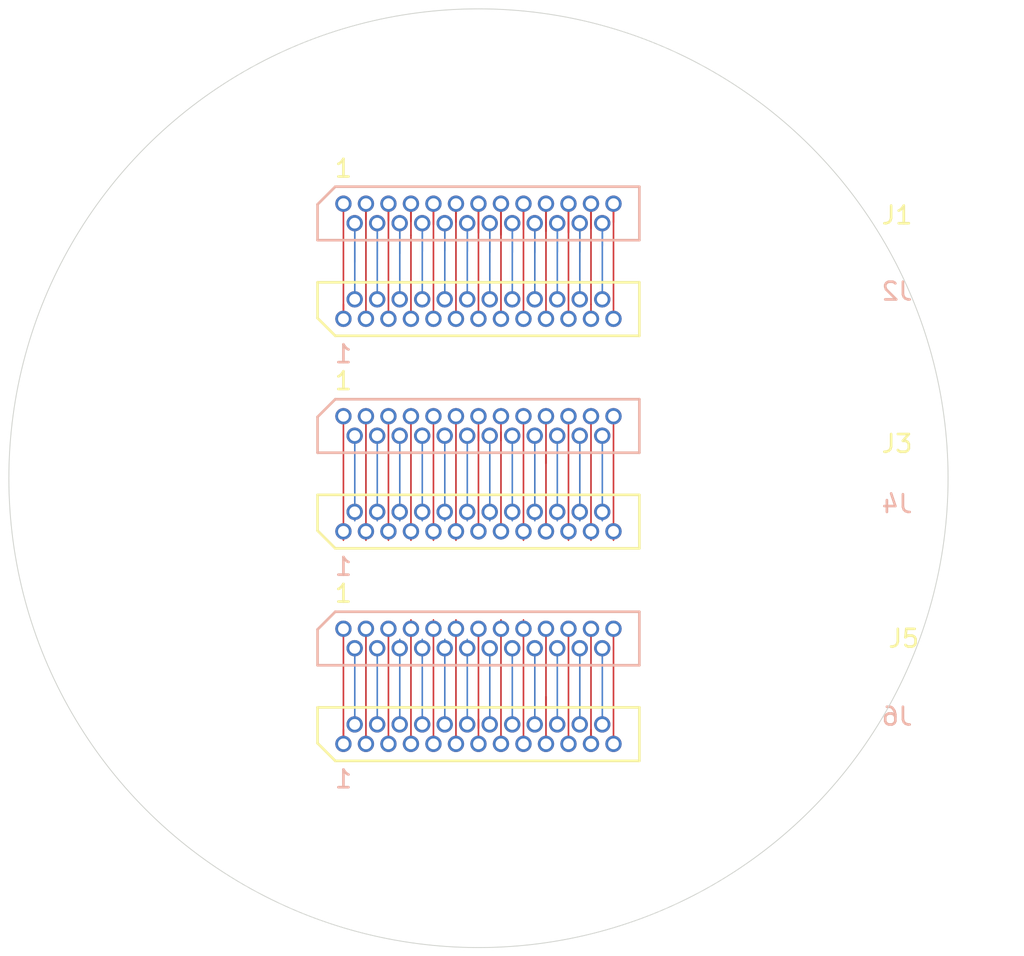
<source format=kicad_pcb>
(kicad_pcb (version 20171130) (host pcbnew "(5.1.9)-1")

  (general
    (thickness 1.6)
    (drawings 4)
    (tracks 132)
    (zones 0)
    (modules 6)
    (nets 76)
  )

  (page A4)
  (layers
    (0 F.Cu signal)
    (31 B.Cu signal)
    (32 B.Adhes user)
    (33 F.Adhes user)
    (34 B.Paste user)
    (35 F.Paste user)
    (36 B.SilkS user)
    (37 F.SilkS user)
    (38 B.Mask user)
    (39 F.Mask user)
    (40 Dwgs.User user)
    (41 Cmts.User user)
    (42 Eco1.User user)
    (43 Eco2.User user)
    (44 Edge.Cuts user)
    (45 Margin user)
    (46 B.CrtYd user)
    (47 F.CrtYd user)
    (48 B.Fab user)
    (49 F.Fab user)
  )

  (setup
    (last_trace_width 0.09)
    (trace_clearance 0.08)
    (zone_clearance 0.508)
    (zone_45_only no)
    (trace_min 0.08)
    (via_size 0.8)
    (via_drill 0.4)
    (via_min_size 0.4)
    (via_min_drill 0.3)
    (uvia_size 0.3)
    (uvia_drill 0.1)
    (uvias_allowed no)
    (uvia_min_size 0.2)
    (uvia_min_drill 0.1)
    (edge_width 0.05)
    (segment_width 0.2)
    (pcb_text_width 0.3)
    (pcb_text_size 1.5 1.5)
    (mod_edge_width 0.12)
    (mod_text_size 1 1)
    (mod_text_width 0.15)
    (pad_size 1 1)
    (pad_drill 0.7)
    (pad_to_mask_clearance 0)
    (aux_axis_origin 0 0)
    (visible_elements 7FFFFFFF)
    (pcbplotparams
      (layerselection 0x010fc_ffffffff)
      (usegerberextensions false)
      (usegerberattributes true)
      (usegerberadvancedattributes true)
      (creategerberjobfile true)
      (excludeedgelayer true)
      (linewidth 0.100000)
      (plotframeref false)
      (viasonmask false)
      (mode 1)
      (useauxorigin false)
      (hpglpennumber 1)
      (hpglpenspeed 20)
      (hpglpendiameter 15.000000)
      (psnegative false)
      (psa4output false)
      (plotreference true)
      (plotvalue true)
      (plotinvisibletext false)
      (padsonsilk false)
      (subtractmaskfromsilk false)
      (outputformat 1)
      (mirror false)
      (drillshape 0)
      (scaleselection 1)
      (outputdirectory "Gerber/"))
  )

  (net 0 "")
  (net 1 "Net-(J1-Pad25)")
  (net 2 "Net-(J1-Pad24)")
  (net 3 "Net-(J1-Pad23)")
  (net 4 "Net-(J1-Pad22)")
  (net 5 "Net-(J1-Pad21)")
  (net 6 "Net-(J1-Pad20)")
  (net 7 "Net-(J1-Pad19)")
  (net 8 "Net-(J1-Pad18)")
  (net 9 "Net-(J1-Pad17)")
  (net 10 "Net-(J1-Pad16)")
  (net 11 "Net-(J1-Pad15)")
  (net 12 "Net-(J1-Pad13)")
  (net 13 "Net-(J1-Pad12)")
  (net 14 "Net-(J1-Pad11)")
  (net 15 "Net-(J1-Pad10)")
  (net 16 "Net-(J1-Pad9)")
  (net 17 "Net-(J1-Pad8)")
  (net 18 "Net-(J1-Pad7)")
  (net 19 "Net-(J1-Pad6)")
  (net 20 "Net-(J1-Pad5)")
  (net 21 "Net-(J1-Pad4)")
  (net 22 "Net-(J1-Pad3)")
  (net 23 "Net-(J1-Pad2)")
  (net 24 "Net-(J1-Pad14)")
  (net 25 "Net-(J1-Pad1)")
  (net 26 "Net-(J3-Pad25)")
  (net 27 "Net-(J3-Pad24)")
  (net 28 "Net-(J3-Pad23)")
  (net 29 "Net-(J3-Pad22)")
  (net 30 "Net-(J3-Pad21)")
  (net 31 "Net-(J3-Pad20)")
  (net 32 "Net-(J3-Pad19)")
  (net 33 "Net-(J3-Pad18)")
  (net 34 "Net-(J3-Pad17)")
  (net 35 "Net-(J3-Pad16)")
  (net 36 "Net-(J3-Pad15)")
  (net 37 "Net-(J3-Pad13)")
  (net 38 "Net-(J3-Pad12)")
  (net 39 "Net-(J3-Pad11)")
  (net 40 "Net-(J3-Pad10)")
  (net 41 "Net-(J3-Pad9)")
  (net 42 "Net-(J3-Pad8)")
  (net 43 "Net-(J3-Pad7)")
  (net 44 "Net-(J3-Pad6)")
  (net 45 "Net-(J3-Pad5)")
  (net 46 "Net-(J3-Pad4)")
  (net 47 "Net-(J3-Pad3)")
  (net 48 "Net-(J3-Pad2)")
  (net 49 "Net-(J3-Pad14)")
  (net 50 "Net-(J3-Pad1)")
  (net 51 "Net-(J5-Pad25)")
  (net 52 "Net-(J5-Pad24)")
  (net 53 "Net-(J5-Pad23)")
  (net 54 "Net-(J5-Pad22)")
  (net 55 "Net-(J5-Pad21)")
  (net 56 "Net-(J5-Pad20)")
  (net 57 "Net-(J5-Pad19)")
  (net 58 "Net-(J5-Pad18)")
  (net 59 "Net-(J5-Pad17)")
  (net 60 "Net-(J5-Pad16)")
  (net 61 "Net-(J5-Pad15)")
  (net 62 "Net-(J5-Pad13)")
  (net 63 "Net-(J5-Pad12)")
  (net 64 "Net-(J5-Pad11)")
  (net 65 "Net-(J5-Pad10)")
  (net 66 "Net-(J5-Pad9)")
  (net 67 "Net-(J5-Pad8)")
  (net 68 "Net-(J5-Pad7)")
  (net 69 "Net-(J5-Pad6)")
  (net 70 "Net-(J5-Pad5)")
  (net 71 "Net-(J5-Pad4)")
  (net 72 "Net-(J5-Pad3)")
  (net 73 "Net-(J5-Pad2)")
  (net 74 "Net-(J5-Pad14)")
  (net 75 "Net-(J5-Pad1)")

  (net_class Default "This is the default net class."
    (clearance 0.08)
    (trace_width 0.09)
    (via_dia 0.8)
    (via_drill 0.4)
    (uvia_dia 0.3)
    (uvia_drill 0.1)
    (add_net "Net-(J1-Pad1)")
    (add_net "Net-(J1-Pad10)")
    (add_net "Net-(J1-Pad11)")
    (add_net "Net-(J1-Pad12)")
    (add_net "Net-(J1-Pad13)")
    (add_net "Net-(J1-Pad14)")
    (add_net "Net-(J1-Pad15)")
    (add_net "Net-(J1-Pad16)")
    (add_net "Net-(J1-Pad17)")
    (add_net "Net-(J1-Pad18)")
    (add_net "Net-(J1-Pad19)")
    (add_net "Net-(J1-Pad2)")
    (add_net "Net-(J1-Pad20)")
    (add_net "Net-(J1-Pad21)")
    (add_net "Net-(J1-Pad22)")
    (add_net "Net-(J1-Pad23)")
    (add_net "Net-(J1-Pad24)")
    (add_net "Net-(J1-Pad25)")
    (add_net "Net-(J1-Pad3)")
    (add_net "Net-(J1-Pad4)")
    (add_net "Net-(J1-Pad5)")
    (add_net "Net-(J1-Pad6)")
    (add_net "Net-(J1-Pad7)")
    (add_net "Net-(J1-Pad8)")
    (add_net "Net-(J1-Pad9)")
    (add_net "Net-(J3-Pad1)")
    (add_net "Net-(J3-Pad10)")
    (add_net "Net-(J3-Pad11)")
    (add_net "Net-(J3-Pad12)")
    (add_net "Net-(J3-Pad13)")
    (add_net "Net-(J3-Pad14)")
    (add_net "Net-(J3-Pad15)")
    (add_net "Net-(J3-Pad16)")
    (add_net "Net-(J3-Pad17)")
    (add_net "Net-(J3-Pad18)")
    (add_net "Net-(J3-Pad19)")
    (add_net "Net-(J3-Pad2)")
    (add_net "Net-(J3-Pad20)")
    (add_net "Net-(J3-Pad21)")
    (add_net "Net-(J3-Pad22)")
    (add_net "Net-(J3-Pad23)")
    (add_net "Net-(J3-Pad24)")
    (add_net "Net-(J3-Pad25)")
    (add_net "Net-(J3-Pad3)")
    (add_net "Net-(J3-Pad4)")
    (add_net "Net-(J3-Pad5)")
    (add_net "Net-(J3-Pad6)")
    (add_net "Net-(J3-Pad7)")
    (add_net "Net-(J3-Pad8)")
    (add_net "Net-(J3-Pad9)")
    (add_net "Net-(J5-Pad1)")
    (add_net "Net-(J5-Pad10)")
    (add_net "Net-(J5-Pad11)")
    (add_net "Net-(J5-Pad12)")
    (add_net "Net-(J5-Pad13)")
    (add_net "Net-(J5-Pad14)")
    (add_net "Net-(J5-Pad15)")
    (add_net "Net-(J5-Pad16)")
    (add_net "Net-(J5-Pad17)")
    (add_net "Net-(J5-Pad18)")
    (add_net "Net-(J5-Pad19)")
    (add_net "Net-(J5-Pad2)")
    (add_net "Net-(J5-Pad20)")
    (add_net "Net-(J5-Pad21)")
    (add_net "Net-(J5-Pad22)")
    (add_net "Net-(J5-Pad23)")
    (add_net "Net-(J5-Pad24)")
    (add_net "Net-(J5-Pad25)")
    (add_net "Net-(J5-Pad3)")
    (add_net "Net-(J5-Pad4)")
    (add_net "Net-(J5-Pad5)")
    (add_net "Net-(J5-Pad6)")
    (add_net "Net-(J5-Pad7)")
    (add_net "Net-(J5-Pad8)")
    (add_net "Net-(J5-Pad9)")
  )

  (module Connector:Norcomp-380-025-113L001-microd_Updated (layer B.Cu) (tedit 60E5E368) (tstamp 60DF7BF4)
    (at 0 14.45)
    (tags "380-025-213L001 ")
    (path /60E574DB)
    (fp_text reference J6 (at 23.62 -1) (layer B.SilkS)
      (effects (font (size 1 1) (thickness 0.15)) (justify mirror))
    )
    (fp_text value DB25_Male (at 8.12 4) (layer B.Fab)
      (effects (font (size 1 1) (thickness 0.15)) (justify mirror))
    )
    (fp_text user "Male / Plug" (at 0 2.54) (layer B.Fab)
      (effects (font (size 1.2 1.2) (thickness 0.15)) (justify mirror))
    )
    (fp_text user 1 (at -7.62 2.54) (layer B.SilkS)
      (effects (font (size 1 1) (thickness 0.15)) (justify mirror))
    )
    (fp_line (start -8.08 1.51) (end -9.08 0.51) (layer F.SilkS) (width 0.15))
    (fp_line (start -9.08 0.51) (end -9.08 -1.51) (layer F.SilkS) (width 0.15))
    (fp_line (start -9.08 -1.51) (end 9.08 -1.51) (layer F.SilkS) (width 0.15))
    (fp_line (start 9.08 -1.51) (end 9.08 1.51) (layer F.SilkS) (width 0.15))
    (fp_line (start 9.08 1.51) (end -8.08 1.51) (layer F.SilkS) (width 0.15))
    (fp_line (start -14.85 -3.675) (end 14.85 -3.675) (layer B.CrtYd) (width 0.15))
    (fp_line (start 14.85 -3.675) (end 14.85 3.675) (layer B.CrtYd) (width 0.15))
    (fp_line (start 14.85 3.675) (end -14.85 3.675) (layer B.CrtYd) (width 0.15))
    (fp_line (start -14.85 3.675) (end -14.85 -3.675) (layer B.CrtYd) (width 0.15))
    (pad 13 thru_hole oval (at 7.62 0.55) (size 0.92 0.92) (drill 0.61) (layers *.Cu *.Mask)
      (net 62 "Net-(J5-Pad13)"))
    (pad 25 thru_hole oval (at 6.985 -0.55) (size 0.92 0.92) (drill 0.61) (layers *.Cu *.Mask)
      (net 51 "Net-(J5-Pad25)"))
    (pad 12 thru_hole oval (at 6.35 0.55) (size 0.92 0.92) (drill 0.61) (layers *.Cu *.Mask)
      (net 63 "Net-(J5-Pad12)"))
    (pad 24 thru_hole oval (at 5.715 -0.55) (size 0.92 0.92) (drill 0.61) (layers *.Cu *.Mask)
      (net 52 "Net-(J5-Pad24)"))
    (pad 11 thru_hole oval (at 5.08 0.55) (size 0.92 0.92) (drill 0.61) (layers *.Cu *.Mask)
      (net 64 "Net-(J5-Pad11)"))
    (pad 23 thru_hole oval (at 4.445 -0.55) (size 0.92 0.92) (drill 0.61) (layers *.Cu *.Mask)
      (net 53 "Net-(J5-Pad23)"))
    (pad 10 thru_hole oval (at 3.81 0.55) (size 0.92 0.92) (drill 0.61) (layers *.Cu *.Mask)
      (net 65 "Net-(J5-Pad10)"))
    (pad 22 thru_hole oval (at 3.175 -0.55) (size 0.92 0.92) (drill 0.61) (layers *.Cu *.Mask)
      (net 54 "Net-(J5-Pad22)"))
    (pad 9 thru_hole oval (at 2.54 0.55) (size 0.92 0.92) (drill 0.61) (layers *.Cu *.Mask)
      (net 66 "Net-(J5-Pad9)"))
    (pad 21 thru_hole oval (at 1.905 -0.55) (size 0.92 0.92) (drill 0.61) (layers *.Cu *.Mask)
      (net 55 "Net-(J5-Pad21)"))
    (pad 8 thru_hole oval (at 1.27 0.55) (size 0.92 0.92) (drill 0.61) (layers *.Cu *.Mask)
      (net 67 "Net-(J5-Pad8)"))
    (pad 20 thru_hole oval (at 0.635 -0.55) (size 0.92 0.92) (drill 0.61) (layers *.Cu *.Mask)
      (net 56 "Net-(J5-Pad20)"))
    (pad 7 thru_hole oval (at 0 0.55) (size 0.92 0.92) (drill 0.61) (layers *.Cu *.Mask)
      (net 68 "Net-(J5-Pad7)"))
    (pad 19 thru_hole oval (at -0.635 -0.55) (size 0.92 0.92) (drill 0.61) (layers *.Cu *.Mask)
      (net 57 "Net-(J5-Pad19)"))
    (pad 6 thru_hole oval (at -1.27 0.55) (size 0.92 0.92) (drill 0.61) (layers *.Cu *.Mask)
      (net 69 "Net-(J5-Pad6)"))
    (pad 18 thru_hole oval (at -1.905 -0.55) (size 0.92 0.92) (drill 0.61) (layers *.Cu *.Mask)
      (net 58 "Net-(J5-Pad18)"))
    (pad 5 thru_hole oval (at -2.54 0.55) (size 0.92 0.92) (drill 0.61) (layers *.Cu *.Mask)
      (net 70 "Net-(J5-Pad5)"))
    (pad 17 thru_hole oval (at -3.175 -0.55) (size 0.92 0.92) (drill 0.61) (layers *.Cu *.Mask)
      (net 59 "Net-(J5-Pad17)"))
    (pad 4 thru_hole oval (at -3.81 0.55) (size 0.92 0.92) (drill 0.61) (layers *.Cu *.Mask)
      (net 71 "Net-(J5-Pad4)"))
    (pad 16 thru_hole oval (at -4.445 -0.55) (size 0.92 0.92) (drill 0.61) (layers *.Cu *.Mask)
      (net 60 "Net-(J5-Pad16)"))
    (pad 3 thru_hole oval (at -5.08 0.55) (size 0.92 0.92) (drill 0.61) (layers *.Cu *.Mask)
      (net 72 "Net-(J5-Pad3)"))
    (pad 15 thru_hole oval (at -5.715 -0.55) (size 0.92 0.92) (drill 0.61) (layers *.Cu *.Mask)
      (net 61 "Net-(J5-Pad15)"))
    (pad 2 thru_hole oval (at -6.35 0.55) (size 0.92 0.92) (drill 0.61) (layers *.Cu *.Mask)
      (net 73 "Net-(J5-Pad2)"))
    (pad 14 thru_hole oval (at -6.985 -0.55) (size 0.92 0.92) (drill 0.61) (layers *.Cu *.Mask)
      (net 74 "Net-(J5-Pad14)"))
    (pad 1 thru_hole oval (at -7.62 0.55) (size 0.92 0.92) (drill 0.61) (layers *.Cu *.Mask)
      (net 75 "Net-(J5-Pad1)"))
    (model C:/Users/Cir/Downloads/380-025-213L001.STEP
      (offset (xyz 0 3.65 8))
      (scale (xyz 1 1 1))
      (rotate (xyz 0 0 0))
    )
  )

  (module Connector:Norcomp-380-025-113L001-microd_Updated (layer F.Cu) (tedit 60E5E368) (tstamp 60DF7AC2)
    (at 0 9.05)
    (tags "380-025-213L001 ")
    (path /60E574E1)
    (fp_text reference J5 (at 24 0) (layer F.SilkS)
      (effects (font (size 1 1) (thickness 0.15)))
    )
    (fp_text value DB25_Male (at -6 -5) (layer F.Fab)
      (effects (font (size 1 1) (thickness 0.15)))
    )
    (fp_text user "Male / Plug" (at 0 -2.54) (layer F.Fab)
      (effects (font (size 1.2 1.2) (thickness 0.15)))
    )
    (fp_text user 1 (at -7.62 -2.54) (layer F.SilkS)
      (effects (font (size 1 1) (thickness 0.15)))
    )
    (fp_line (start -8.08 -1.51) (end -9.08 -0.51) (layer B.SilkS) (width 0.15))
    (fp_line (start -9.08 -0.51) (end -9.08 1.51) (layer B.SilkS) (width 0.15))
    (fp_line (start -9.08 1.51) (end 9.08 1.51) (layer B.SilkS) (width 0.15))
    (fp_line (start 9.08 1.51) (end 9.08 -1.51) (layer B.SilkS) (width 0.15))
    (fp_line (start 9.08 -1.51) (end -8.08 -1.51) (layer B.SilkS) (width 0.15))
    (fp_line (start -14.85 3.675) (end 14.85 3.675) (layer F.CrtYd) (width 0.15))
    (fp_line (start 14.85 3.675) (end 14.85 -3.675) (layer F.CrtYd) (width 0.15))
    (fp_line (start 14.85 -3.675) (end -14.85 -3.675) (layer F.CrtYd) (width 0.15))
    (fp_line (start -14.85 -3.675) (end -14.85 3.675) (layer F.CrtYd) (width 0.15))
    (pad 13 thru_hole oval (at 7.62 -0.55) (size 0.92 0.92) (drill 0.61) (layers *.Cu *.Mask)
      (net 62 "Net-(J5-Pad13)"))
    (pad 25 thru_hole oval (at 6.985 0.55) (size 0.92 0.92) (drill 0.61) (layers *.Cu *.Mask)
      (net 51 "Net-(J5-Pad25)"))
    (pad 12 thru_hole oval (at 6.35 -0.55) (size 0.92 0.92) (drill 0.61) (layers *.Cu *.Mask)
      (net 63 "Net-(J5-Pad12)"))
    (pad 24 thru_hole oval (at 5.715 0.55) (size 0.92 0.92) (drill 0.61) (layers *.Cu *.Mask)
      (net 52 "Net-(J5-Pad24)"))
    (pad 11 thru_hole oval (at 5.08 -0.55) (size 0.92 0.92) (drill 0.61) (layers *.Cu *.Mask)
      (net 64 "Net-(J5-Pad11)"))
    (pad 23 thru_hole oval (at 4.445 0.55) (size 0.92 0.92) (drill 0.61) (layers *.Cu *.Mask)
      (net 53 "Net-(J5-Pad23)"))
    (pad 10 thru_hole oval (at 3.81 -0.55) (size 0.92 0.92) (drill 0.61) (layers *.Cu *.Mask)
      (net 65 "Net-(J5-Pad10)"))
    (pad 22 thru_hole oval (at 3.175 0.55) (size 0.92 0.92) (drill 0.61) (layers *.Cu *.Mask)
      (net 54 "Net-(J5-Pad22)"))
    (pad 9 thru_hole oval (at 2.54 -0.55) (size 0.92 0.92) (drill 0.61) (layers *.Cu *.Mask)
      (net 66 "Net-(J5-Pad9)"))
    (pad 21 thru_hole oval (at 1.905 0.55) (size 0.92 0.92) (drill 0.61) (layers *.Cu *.Mask)
      (net 55 "Net-(J5-Pad21)"))
    (pad 8 thru_hole oval (at 1.27 -0.55) (size 0.92 0.92) (drill 0.61) (layers *.Cu *.Mask)
      (net 67 "Net-(J5-Pad8)"))
    (pad 20 thru_hole oval (at 0.635 0.55) (size 0.92 0.92) (drill 0.61) (layers *.Cu *.Mask)
      (net 56 "Net-(J5-Pad20)"))
    (pad 7 thru_hole oval (at 0 -0.55) (size 0.92 0.92) (drill 0.61) (layers *.Cu *.Mask)
      (net 68 "Net-(J5-Pad7)"))
    (pad 19 thru_hole oval (at -0.635 0.55) (size 0.92 0.92) (drill 0.61) (layers *.Cu *.Mask)
      (net 57 "Net-(J5-Pad19)"))
    (pad 6 thru_hole oval (at -1.27 -0.55) (size 0.92 0.92) (drill 0.61) (layers *.Cu *.Mask)
      (net 69 "Net-(J5-Pad6)"))
    (pad 18 thru_hole oval (at -1.905 0.55) (size 0.92 0.92) (drill 0.61) (layers *.Cu *.Mask)
      (net 58 "Net-(J5-Pad18)"))
    (pad 5 thru_hole oval (at -2.54 -0.55) (size 0.92 0.92) (drill 0.61) (layers *.Cu *.Mask)
      (net 70 "Net-(J5-Pad5)"))
    (pad 17 thru_hole oval (at -3.175 0.55) (size 0.92 0.92) (drill 0.61) (layers *.Cu *.Mask)
      (net 59 "Net-(J5-Pad17)"))
    (pad 4 thru_hole oval (at -3.81 -0.55) (size 0.92 0.92) (drill 0.61) (layers *.Cu *.Mask)
      (net 71 "Net-(J5-Pad4)"))
    (pad 16 thru_hole oval (at -4.445 0.55) (size 0.92 0.92) (drill 0.61) (layers *.Cu *.Mask)
      (net 60 "Net-(J5-Pad16)"))
    (pad 3 thru_hole oval (at -5.08 -0.55) (size 0.92 0.92) (drill 0.61) (layers *.Cu *.Mask)
      (net 72 "Net-(J5-Pad3)"))
    (pad 15 thru_hole oval (at -5.715 0.55) (size 0.92 0.92) (drill 0.61) (layers *.Cu *.Mask)
      (net 61 "Net-(J5-Pad15)"))
    (pad 2 thru_hole oval (at -6.35 -0.55) (size 0.92 0.92) (drill 0.61) (layers *.Cu *.Mask)
      (net 73 "Net-(J5-Pad2)"))
    (pad 14 thru_hole oval (at -6.985 0.55) (size 0.92 0.92) (drill 0.61) (layers *.Cu *.Mask)
      (net 74 "Net-(J5-Pad14)"))
    (pad 1 thru_hole oval (at -7.62 -0.55) (size 0.92 0.92) (drill 0.61) (layers *.Cu *.Mask)
      (net 75 "Net-(J5-Pad1)"))
    (model ${KIPRJMOD}/footprints/380-025-113L001.STEP
      (offset (xyz 0 0 3))
      (scale (xyz 1 1 1))
      (rotate (xyz 0 0 180))
    )
  )

  (module Connector:Norcomp-380-025-113L001-microd_Updated (layer B.Cu) (tedit 60E5E368) (tstamp 60DF7B28)
    (at 0 2.45)
    (tags "380-025-213L001 ")
    (path /60E536BC)
    (fp_text reference J4 (at 23.62 -1) (layer B.SilkS)
      (effects (font (size 1 1) (thickness 0.15)) (justify mirror))
    )
    (fp_text value DB25_Male (at 26.62 1) (layer B.Fab)
      (effects (font (size 1 1) (thickness 0.15)) (justify mirror))
    )
    (fp_text user "Male / Plug" (at 0 2.54) (layer B.Fab)
      (effects (font (size 1.2 1.2) (thickness 0.15)) (justify mirror))
    )
    (fp_text user 1 (at -7.62 2.54) (layer B.SilkS)
      (effects (font (size 1 1) (thickness 0.15)) (justify mirror))
    )
    (fp_line (start -8.08 1.51) (end -9.08 0.51) (layer F.SilkS) (width 0.15))
    (fp_line (start -9.08 0.51) (end -9.08 -1.51) (layer F.SilkS) (width 0.15))
    (fp_line (start -9.08 -1.51) (end 9.08 -1.51) (layer F.SilkS) (width 0.15))
    (fp_line (start 9.08 -1.51) (end 9.08 1.51) (layer F.SilkS) (width 0.15))
    (fp_line (start 9.08 1.51) (end -8.08 1.51) (layer F.SilkS) (width 0.15))
    (fp_line (start -14.85 -3.675) (end 14.85 -3.675) (layer B.CrtYd) (width 0.15))
    (fp_line (start 14.85 -3.675) (end 14.85 3.675) (layer B.CrtYd) (width 0.15))
    (fp_line (start 14.85 3.675) (end -14.85 3.675) (layer B.CrtYd) (width 0.15))
    (fp_line (start -14.85 3.675) (end -14.85 -3.675) (layer B.CrtYd) (width 0.15))
    (pad 13 thru_hole oval (at 7.62 0.55) (size 0.92 0.92) (drill 0.61) (layers *.Cu *.Mask)
      (net 37 "Net-(J3-Pad13)"))
    (pad 25 thru_hole oval (at 6.985 -0.55) (size 0.92 0.92) (drill 0.61) (layers *.Cu *.Mask)
      (net 26 "Net-(J3-Pad25)"))
    (pad 12 thru_hole oval (at 6.35 0.55) (size 0.92 0.92) (drill 0.61) (layers *.Cu *.Mask)
      (net 38 "Net-(J3-Pad12)"))
    (pad 24 thru_hole oval (at 5.715 -0.55) (size 0.92 0.92) (drill 0.61) (layers *.Cu *.Mask)
      (net 27 "Net-(J3-Pad24)"))
    (pad 11 thru_hole oval (at 5.08 0.55) (size 0.92 0.92) (drill 0.61) (layers *.Cu *.Mask)
      (net 39 "Net-(J3-Pad11)"))
    (pad 23 thru_hole oval (at 4.445 -0.55) (size 0.92 0.92) (drill 0.61) (layers *.Cu *.Mask)
      (net 28 "Net-(J3-Pad23)"))
    (pad 10 thru_hole oval (at 3.81 0.55) (size 0.92 0.92) (drill 0.61) (layers *.Cu *.Mask)
      (net 40 "Net-(J3-Pad10)"))
    (pad 22 thru_hole oval (at 3.175 -0.55) (size 0.92 0.92) (drill 0.61) (layers *.Cu *.Mask)
      (net 29 "Net-(J3-Pad22)"))
    (pad 9 thru_hole oval (at 2.54 0.55) (size 0.92 0.92) (drill 0.61) (layers *.Cu *.Mask)
      (net 41 "Net-(J3-Pad9)"))
    (pad 21 thru_hole oval (at 1.905 -0.55) (size 0.92 0.92) (drill 0.61) (layers *.Cu *.Mask)
      (net 30 "Net-(J3-Pad21)"))
    (pad 8 thru_hole oval (at 1.27 0.55) (size 0.92 0.92) (drill 0.61) (layers *.Cu *.Mask)
      (net 42 "Net-(J3-Pad8)"))
    (pad 20 thru_hole oval (at 0.635 -0.55) (size 0.92 0.92) (drill 0.61) (layers *.Cu *.Mask)
      (net 31 "Net-(J3-Pad20)"))
    (pad 7 thru_hole oval (at 0 0.55) (size 0.92 0.92) (drill 0.61) (layers *.Cu *.Mask)
      (net 43 "Net-(J3-Pad7)"))
    (pad 19 thru_hole oval (at -0.635 -0.55) (size 0.92 0.92) (drill 0.61) (layers *.Cu *.Mask)
      (net 32 "Net-(J3-Pad19)"))
    (pad 6 thru_hole oval (at -1.27 0.55) (size 0.92 0.92) (drill 0.61) (layers *.Cu *.Mask)
      (net 44 "Net-(J3-Pad6)"))
    (pad 18 thru_hole oval (at -1.905 -0.55) (size 0.92 0.92) (drill 0.61) (layers *.Cu *.Mask)
      (net 33 "Net-(J3-Pad18)"))
    (pad 5 thru_hole oval (at -2.54 0.55) (size 0.92 0.92) (drill 0.61) (layers *.Cu *.Mask)
      (net 45 "Net-(J3-Pad5)"))
    (pad 17 thru_hole oval (at -3.175 -0.55) (size 0.92 0.92) (drill 0.61) (layers *.Cu *.Mask)
      (net 34 "Net-(J3-Pad17)"))
    (pad 4 thru_hole oval (at -3.81 0.55) (size 0.92 0.92) (drill 0.61) (layers *.Cu *.Mask)
      (net 46 "Net-(J3-Pad4)"))
    (pad 16 thru_hole oval (at -4.445 -0.55) (size 0.92 0.92) (drill 0.61) (layers *.Cu *.Mask)
      (net 35 "Net-(J3-Pad16)"))
    (pad 3 thru_hole oval (at -5.08 0.55) (size 0.92 0.92) (drill 0.61) (layers *.Cu *.Mask)
      (net 47 "Net-(J3-Pad3)"))
    (pad 15 thru_hole oval (at -5.715 -0.55) (size 0.92 0.92) (drill 0.61) (layers *.Cu *.Mask)
      (net 36 "Net-(J3-Pad15)"))
    (pad 2 thru_hole oval (at -6.35 0.55) (size 0.92 0.92) (drill 0.61) (layers *.Cu *.Mask)
      (net 48 "Net-(J3-Pad2)"))
    (pad 14 thru_hole oval (at -6.985 -0.55) (size 0.92 0.92) (drill 0.61) (layers *.Cu *.Mask)
      (net 49 "Net-(J3-Pad14)"))
    (pad 1 thru_hole oval (at -7.62 0.55) (size 0.92 0.92) (drill 0.61) (layers *.Cu *.Mask)
      (net 50 "Net-(J3-Pad1)"))
    (model ${KIPRJMOD}/footprints/380-025-113L001.STEP
      (offset (xyz 0 0 3))
      (scale (xyz 1 1 1))
      (rotate (xyz 0 0 180))
    )
  )

  (module Connector:Norcomp-380-025-113L001-microd_Updated (layer F.Cu) (tedit 60E5E368) (tstamp 60DF7CC0)
    (at 0 -2.95)
    (tags "380-025-213L001 ")
    (path /60E536C2)
    (fp_text reference J3 (at 23.62 1) (layer F.SilkS)
      (effects (font (size 1 1) (thickness 0.15)))
    )
    (fp_text value DB25_Male (at 8.62 -3) (layer F.Fab)
      (effects (font (size 1 1) (thickness 0.15)))
    )
    (fp_text user "Male / Plug" (at 0 -2.54) (layer F.Fab)
      (effects (font (size 1.2 1.2) (thickness 0.15)))
    )
    (fp_text user 1 (at -7.62 -2.54) (layer F.SilkS)
      (effects (font (size 1 1) (thickness 0.15)))
    )
    (fp_line (start -8.08 -1.51) (end -9.08 -0.51) (layer B.SilkS) (width 0.15))
    (fp_line (start -9.08 -0.51) (end -9.08 1.51) (layer B.SilkS) (width 0.15))
    (fp_line (start -9.08 1.51) (end 9.08 1.51) (layer B.SilkS) (width 0.15))
    (fp_line (start 9.08 1.51) (end 9.08 -1.51) (layer B.SilkS) (width 0.15))
    (fp_line (start 9.08 -1.51) (end -8.08 -1.51) (layer B.SilkS) (width 0.15))
    (fp_line (start -14.85 3.675) (end 14.85 3.675) (layer F.CrtYd) (width 0.15))
    (fp_line (start 14.85 3.675) (end 14.85 -3.675) (layer F.CrtYd) (width 0.15))
    (fp_line (start 14.85 -3.675) (end -14.85 -3.675) (layer F.CrtYd) (width 0.15))
    (fp_line (start -14.85 -3.675) (end -14.85 3.675) (layer F.CrtYd) (width 0.15))
    (pad 13 thru_hole oval (at 7.62 -0.55) (size 0.92 0.92) (drill 0.61) (layers *.Cu *.Mask)
      (net 37 "Net-(J3-Pad13)"))
    (pad 25 thru_hole oval (at 6.985 0.55) (size 0.92 0.92) (drill 0.61) (layers *.Cu *.Mask)
      (net 26 "Net-(J3-Pad25)"))
    (pad 12 thru_hole oval (at 6.35 -0.55) (size 0.92 0.92) (drill 0.61) (layers *.Cu *.Mask)
      (net 38 "Net-(J3-Pad12)"))
    (pad 24 thru_hole oval (at 5.715 0.55) (size 0.92 0.92) (drill 0.61) (layers *.Cu *.Mask)
      (net 27 "Net-(J3-Pad24)"))
    (pad 11 thru_hole oval (at 5.08 -0.55) (size 0.92 0.92) (drill 0.61) (layers *.Cu *.Mask)
      (net 39 "Net-(J3-Pad11)"))
    (pad 23 thru_hole oval (at 4.445 0.55) (size 0.92 0.92) (drill 0.61) (layers *.Cu *.Mask)
      (net 28 "Net-(J3-Pad23)"))
    (pad 10 thru_hole oval (at 3.81 -0.55) (size 0.92 0.92) (drill 0.61) (layers *.Cu *.Mask)
      (net 40 "Net-(J3-Pad10)"))
    (pad 22 thru_hole oval (at 3.175 0.55) (size 0.92 0.92) (drill 0.61) (layers *.Cu *.Mask)
      (net 29 "Net-(J3-Pad22)"))
    (pad 9 thru_hole oval (at 2.54 -0.55) (size 0.92 0.92) (drill 0.61) (layers *.Cu *.Mask)
      (net 41 "Net-(J3-Pad9)"))
    (pad 21 thru_hole oval (at 1.905 0.55) (size 0.92 0.92) (drill 0.61) (layers *.Cu *.Mask)
      (net 30 "Net-(J3-Pad21)"))
    (pad 8 thru_hole oval (at 1.27 -0.55) (size 0.92 0.92) (drill 0.61) (layers *.Cu *.Mask)
      (net 42 "Net-(J3-Pad8)"))
    (pad 20 thru_hole oval (at 0.635 0.55) (size 0.92 0.92) (drill 0.61) (layers *.Cu *.Mask)
      (net 31 "Net-(J3-Pad20)"))
    (pad 7 thru_hole oval (at 0 -0.55) (size 0.92 0.92) (drill 0.61) (layers *.Cu *.Mask)
      (net 43 "Net-(J3-Pad7)"))
    (pad 19 thru_hole oval (at -0.635 0.55) (size 0.92 0.92) (drill 0.61) (layers *.Cu *.Mask)
      (net 32 "Net-(J3-Pad19)"))
    (pad 6 thru_hole oval (at -1.27 -0.55) (size 0.92 0.92) (drill 0.61) (layers *.Cu *.Mask)
      (net 44 "Net-(J3-Pad6)"))
    (pad 18 thru_hole oval (at -1.905 0.55) (size 0.92 0.92) (drill 0.61) (layers *.Cu *.Mask)
      (net 33 "Net-(J3-Pad18)"))
    (pad 5 thru_hole oval (at -2.54 -0.55) (size 0.92 0.92) (drill 0.61) (layers *.Cu *.Mask)
      (net 45 "Net-(J3-Pad5)"))
    (pad 17 thru_hole oval (at -3.175 0.55) (size 0.92 0.92) (drill 0.61) (layers *.Cu *.Mask)
      (net 34 "Net-(J3-Pad17)"))
    (pad 4 thru_hole oval (at -3.81 -0.55) (size 0.92 0.92) (drill 0.61) (layers *.Cu *.Mask)
      (net 46 "Net-(J3-Pad4)"))
    (pad 16 thru_hole oval (at -4.445 0.55) (size 0.92 0.92) (drill 0.61) (layers *.Cu *.Mask)
      (net 35 "Net-(J3-Pad16)"))
    (pad 3 thru_hole oval (at -5.08 -0.55) (size 0.92 0.92) (drill 0.61) (layers *.Cu *.Mask)
      (net 47 "Net-(J3-Pad3)"))
    (pad 15 thru_hole oval (at -5.715 0.55) (size 0.92 0.92) (drill 0.61) (layers *.Cu *.Mask)
      (net 36 "Net-(J3-Pad15)"))
    (pad 2 thru_hole oval (at -6.35 -0.55) (size 0.92 0.92) (drill 0.61) (layers *.Cu *.Mask)
      (net 48 "Net-(J3-Pad2)"))
    (pad 14 thru_hole oval (at -6.985 0.55) (size 0.92 0.92) (drill 0.61) (layers *.Cu *.Mask)
      (net 49 "Net-(J3-Pad14)"))
    (pad 1 thru_hole oval (at -7.62 -0.55) (size 0.92 0.92) (drill 0.61) (layers *.Cu *.Mask)
      (net 50 "Net-(J3-Pad1)"))
    (model ${KIPRJMOD}/footprints/380-025-113L001.STEP
      (offset (xyz 0 0 3))
      (scale (xyz 1 1 1))
      (rotate (xyz 0 0 180))
    )
  )

  (module Connector:Norcomp-380-025-113L001-microd_Updated (layer B.Cu) (tedit 60E5E368) (tstamp 60DF7C5A)
    (at 0 -9.55)
    (tags "380-025-213L001 ")
    (path /60E3558B)
    (fp_text reference J2 (at 23.62 -1) (layer B.SilkS)
      (effects (font (size 1 1) (thickness 0.15)) (justify mirror))
    )
    (fp_text value DB25_Male (at 7.62 5.5) (layer B.Fab)
      (effects (font (size 1 1) (thickness 0.15)) (justify mirror))
    )
    (fp_text user "Male / Plug" (at 0 2.54) (layer B.Fab)
      (effects (font (size 1.2 1.2) (thickness 0.15)) (justify mirror))
    )
    (fp_text user 1 (at -7.62 2.54) (layer B.SilkS)
      (effects (font (size 1 1) (thickness 0.15)) (justify mirror))
    )
    (fp_line (start -8.08 1.51) (end -9.08 0.51) (layer F.SilkS) (width 0.15))
    (fp_line (start -9.08 0.51) (end -9.08 -1.51) (layer F.SilkS) (width 0.15))
    (fp_line (start -9.08 -1.51) (end 9.08 -1.51) (layer F.SilkS) (width 0.15))
    (fp_line (start 9.08 -1.51) (end 9.08 1.51) (layer F.SilkS) (width 0.15))
    (fp_line (start 9.08 1.51) (end -8.08 1.51) (layer F.SilkS) (width 0.15))
    (fp_line (start -14.85 -3.675) (end 14.85 -3.675) (layer B.CrtYd) (width 0.15))
    (fp_line (start 14.85 -3.675) (end 14.85 3.675) (layer B.CrtYd) (width 0.15))
    (fp_line (start 14.85 3.675) (end -14.85 3.675) (layer B.CrtYd) (width 0.15))
    (fp_line (start -14.85 3.675) (end -14.85 -3.675) (layer B.CrtYd) (width 0.15))
    (pad 13 thru_hole oval (at 7.62 0.55) (size 0.92 0.92) (drill 0.61) (layers *.Cu *.Mask)
      (net 12 "Net-(J1-Pad13)"))
    (pad 25 thru_hole oval (at 6.985 -0.55) (size 0.92 0.92) (drill 0.61) (layers *.Cu *.Mask)
      (net 1 "Net-(J1-Pad25)"))
    (pad 12 thru_hole oval (at 6.35 0.55) (size 0.92 0.92) (drill 0.61) (layers *.Cu *.Mask)
      (net 13 "Net-(J1-Pad12)"))
    (pad 24 thru_hole oval (at 5.715 -0.55) (size 0.92 0.92) (drill 0.61) (layers *.Cu *.Mask)
      (net 2 "Net-(J1-Pad24)"))
    (pad 11 thru_hole oval (at 5.08 0.55) (size 0.92 0.92) (drill 0.61) (layers *.Cu *.Mask)
      (net 14 "Net-(J1-Pad11)"))
    (pad 23 thru_hole oval (at 4.445 -0.55) (size 0.92 0.92) (drill 0.61) (layers *.Cu *.Mask)
      (net 3 "Net-(J1-Pad23)"))
    (pad 10 thru_hole oval (at 3.81 0.55) (size 0.92 0.92) (drill 0.61) (layers *.Cu *.Mask)
      (net 15 "Net-(J1-Pad10)"))
    (pad 22 thru_hole oval (at 3.175 -0.55) (size 0.92 0.92) (drill 0.61) (layers *.Cu *.Mask)
      (net 4 "Net-(J1-Pad22)"))
    (pad 9 thru_hole oval (at 2.54 0.55) (size 0.92 0.92) (drill 0.61) (layers *.Cu *.Mask)
      (net 16 "Net-(J1-Pad9)"))
    (pad 21 thru_hole oval (at 1.905 -0.55) (size 0.92 0.92) (drill 0.61) (layers *.Cu *.Mask)
      (net 5 "Net-(J1-Pad21)"))
    (pad 8 thru_hole oval (at 1.27 0.55) (size 0.92 0.92) (drill 0.61) (layers *.Cu *.Mask)
      (net 17 "Net-(J1-Pad8)"))
    (pad 20 thru_hole oval (at 0.635 -0.55) (size 0.92 0.92) (drill 0.61) (layers *.Cu *.Mask)
      (net 6 "Net-(J1-Pad20)"))
    (pad 7 thru_hole oval (at 0 0.55) (size 0.92 0.92) (drill 0.61) (layers *.Cu *.Mask)
      (net 18 "Net-(J1-Pad7)"))
    (pad 19 thru_hole oval (at -0.635 -0.55) (size 0.92 0.92) (drill 0.61) (layers *.Cu *.Mask)
      (net 7 "Net-(J1-Pad19)"))
    (pad 6 thru_hole oval (at -1.27 0.55) (size 0.92 0.92) (drill 0.61) (layers *.Cu *.Mask)
      (net 19 "Net-(J1-Pad6)"))
    (pad 18 thru_hole oval (at -1.905 -0.55) (size 0.92 0.92) (drill 0.61) (layers *.Cu *.Mask)
      (net 8 "Net-(J1-Pad18)"))
    (pad 5 thru_hole oval (at -2.54 0.55) (size 0.92 0.92) (drill 0.61) (layers *.Cu *.Mask)
      (net 20 "Net-(J1-Pad5)"))
    (pad 17 thru_hole oval (at -3.175 -0.55) (size 0.92 0.92) (drill 0.61) (layers *.Cu *.Mask)
      (net 9 "Net-(J1-Pad17)"))
    (pad 4 thru_hole oval (at -3.81 0.55) (size 0.92 0.92) (drill 0.61) (layers *.Cu *.Mask)
      (net 21 "Net-(J1-Pad4)"))
    (pad 16 thru_hole oval (at -4.445 -0.55) (size 0.92 0.92) (drill 0.61) (layers *.Cu *.Mask)
      (net 10 "Net-(J1-Pad16)"))
    (pad 3 thru_hole oval (at -5.08 0.55) (size 0.92 0.92) (drill 0.61) (layers *.Cu *.Mask)
      (net 22 "Net-(J1-Pad3)"))
    (pad 15 thru_hole oval (at -5.715 -0.55) (size 0.92 0.92) (drill 0.61) (layers *.Cu *.Mask)
      (net 11 "Net-(J1-Pad15)"))
    (pad 2 thru_hole oval (at -6.35 0.55) (size 0.92 0.92) (drill 0.61) (layers *.Cu *.Mask)
      (net 23 "Net-(J1-Pad2)"))
    (pad 14 thru_hole oval (at -6.985 -0.55) (size 0.92 0.92) (drill 0.61) (layers *.Cu *.Mask)
      (net 24 "Net-(J1-Pad14)"))
    (pad 1 thru_hole oval (at -7.62 0.55) (size 0.92 0.92) (drill 0.61) (layers *.Cu *.Mask)
      (net 25 "Net-(J1-Pad1)"))
    (model ${KIPRJMOD}/footprints/380-025-113L001.STEP
      (offset (xyz 0 0 3))
      (scale (xyz 1 1 1))
      (rotate (xyz 0 0 180))
    )
  )

  (module Connector:Norcomp-380-025-113L001-microd_Updated (layer F.Cu) (tedit 60E5E368) (tstamp 60DF8E63)
    (at 0 -14.95)
    (tags "380-025-213L001 ")
    (path /60E41597)
    (fp_text reference J1 (at 23.62 0.1) (layer F.SilkS)
      (effects (font (size 1 1) (thickness 0.15)))
    )
    (fp_text value DB25_Male (at 8.62 -4.9) (layer F.Fab)
      (effects (font (size 1 1) (thickness 0.15)))
    )
    (fp_text user "Male / Plug" (at 0 -2.54) (layer F.Fab)
      (effects (font (size 1.2 1.2) (thickness 0.15)))
    )
    (fp_text user 1 (at -7.62 -2.54) (layer F.SilkS)
      (effects (font (size 1 1) (thickness 0.15)))
    )
    (fp_line (start -8.08 -1.51) (end -9.08 -0.51) (layer B.SilkS) (width 0.15))
    (fp_line (start -9.08 -0.51) (end -9.08 1.51) (layer B.SilkS) (width 0.15))
    (fp_line (start -9.08 1.51) (end 9.08 1.51) (layer B.SilkS) (width 0.15))
    (fp_line (start 9.08 1.51) (end 9.08 -1.51) (layer B.SilkS) (width 0.15))
    (fp_line (start 9.08 -1.51) (end -8.08 -1.51) (layer B.SilkS) (width 0.15))
    (fp_line (start -14.85 3.675) (end 14.85 3.675) (layer F.CrtYd) (width 0.15))
    (fp_line (start 14.85 3.675) (end 14.85 -3.675) (layer F.CrtYd) (width 0.15))
    (fp_line (start 14.85 -3.675) (end -14.85 -3.675) (layer F.CrtYd) (width 0.15))
    (fp_line (start -14.85 -3.675) (end -14.85 3.675) (layer F.CrtYd) (width 0.15))
    (pad 13 thru_hole oval (at 7.62 -0.55) (size 0.92 0.92) (drill 0.61) (layers *.Cu *.Mask)
      (net 12 "Net-(J1-Pad13)"))
    (pad 25 thru_hole oval (at 6.985 0.55) (size 0.92 0.92) (drill 0.61) (layers *.Cu *.Mask)
      (net 1 "Net-(J1-Pad25)"))
    (pad 12 thru_hole oval (at 6.35 -0.55) (size 0.92 0.92) (drill 0.61) (layers *.Cu *.Mask)
      (net 13 "Net-(J1-Pad12)"))
    (pad 24 thru_hole oval (at 5.715 0.55) (size 0.92 0.92) (drill 0.61) (layers *.Cu *.Mask)
      (net 2 "Net-(J1-Pad24)"))
    (pad 11 thru_hole oval (at 5.08 -0.55) (size 0.92 0.92) (drill 0.61) (layers *.Cu *.Mask)
      (net 14 "Net-(J1-Pad11)"))
    (pad 23 thru_hole oval (at 4.445 0.55) (size 0.92 0.92) (drill 0.61) (layers *.Cu *.Mask)
      (net 3 "Net-(J1-Pad23)"))
    (pad 10 thru_hole oval (at 3.81 -0.55) (size 0.92 0.92) (drill 0.61) (layers *.Cu *.Mask)
      (net 15 "Net-(J1-Pad10)"))
    (pad 22 thru_hole oval (at 3.175 0.55) (size 0.92 0.92) (drill 0.61) (layers *.Cu *.Mask)
      (net 4 "Net-(J1-Pad22)"))
    (pad 9 thru_hole oval (at 2.54 -0.55) (size 0.92 0.92) (drill 0.61) (layers *.Cu *.Mask)
      (net 16 "Net-(J1-Pad9)"))
    (pad 21 thru_hole oval (at 1.905 0.55) (size 0.92 0.92) (drill 0.61) (layers *.Cu *.Mask)
      (net 5 "Net-(J1-Pad21)"))
    (pad 8 thru_hole oval (at 1.27 -0.55) (size 0.92 0.92) (drill 0.61) (layers *.Cu *.Mask)
      (net 17 "Net-(J1-Pad8)"))
    (pad 20 thru_hole oval (at 0.635 0.55) (size 0.92 0.92) (drill 0.61) (layers *.Cu *.Mask)
      (net 6 "Net-(J1-Pad20)"))
    (pad 7 thru_hole oval (at 0 -0.55) (size 0.92 0.92) (drill 0.61) (layers *.Cu *.Mask)
      (net 18 "Net-(J1-Pad7)"))
    (pad 19 thru_hole oval (at -0.635 0.55) (size 0.92 0.92) (drill 0.61) (layers *.Cu *.Mask)
      (net 7 "Net-(J1-Pad19)"))
    (pad 6 thru_hole oval (at -1.27 -0.55) (size 0.92 0.92) (drill 0.61) (layers *.Cu *.Mask)
      (net 19 "Net-(J1-Pad6)"))
    (pad 18 thru_hole oval (at -1.905 0.55) (size 0.92 0.92) (drill 0.61) (layers *.Cu *.Mask)
      (net 8 "Net-(J1-Pad18)"))
    (pad 5 thru_hole oval (at -2.54 -0.55) (size 0.92 0.92) (drill 0.61) (layers *.Cu *.Mask)
      (net 20 "Net-(J1-Pad5)"))
    (pad 17 thru_hole oval (at -3.175 0.55) (size 0.92 0.92) (drill 0.61) (layers *.Cu *.Mask)
      (net 9 "Net-(J1-Pad17)"))
    (pad 4 thru_hole oval (at -3.81 -0.55) (size 0.92 0.92) (drill 0.61) (layers *.Cu *.Mask)
      (net 21 "Net-(J1-Pad4)"))
    (pad 16 thru_hole oval (at -4.445 0.55) (size 0.92 0.92) (drill 0.61) (layers *.Cu *.Mask)
      (net 10 "Net-(J1-Pad16)"))
    (pad 3 thru_hole oval (at -5.08 -0.55) (size 0.92 0.92) (drill 0.61) (layers *.Cu *.Mask)
      (net 22 "Net-(J1-Pad3)"))
    (pad 15 thru_hole oval (at -5.715 0.55) (size 0.92 0.92) (drill 0.61) (layers *.Cu *.Mask)
      (net 11 "Net-(J1-Pad15)"))
    (pad 2 thru_hole oval (at -6.35 -0.55) (size 0.92 0.92) (drill 0.61) (layers *.Cu *.Mask)
      (net 23 "Net-(J1-Pad2)"))
    (pad 14 thru_hole oval (at -6.985 0.55) (size 0.92 0.92) (drill 0.61) (layers *.Cu *.Mask)
      (net 24 "Net-(J1-Pad14)"))
    (pad 1 thru_hole oval (at -7.62 -0.55) (size 0.92 0.92) (drill 0.61) (layers *.Cu *.Mask)
      (net 25 "Net-(J1-Pad1)"))
    (model C:/Users/Cir/Downloads/380-025-213L001.STEP
      (offset (xyz 0 3.65 8))
      (scale (xyz 1 1 1))
      (rotate (xyz 0 0 0))
    )
  )

  (gr_circle (center 0 0) (end 25.4 0) (layer B.Mask) (width 3.2) (tstamp 60DE1A31))
  (gr_circle (center 0 0) (end 23.8 0) (layer Dwgs.User) (width 0.15) (tstamp 60DE1A30))
  (gr_circle (center 0 0) (end 25.4 0) (layer F.Mask) (width 3.2) (tstamp 60DE1A2F))
  (gr_circle (center 0 0) (end 26.5 0) (layer Edge.Cuts) (width 0.05) (tstamp 60DE1A2E))

  (segment (start 6.99 -14.4) (end 6.99 -13.12) (width 0.09) (layer B.Cu) (net 1) (tstamp 60DF7EBC))
  (segment (start 6.99 -13.62) (end 6.99 -10.1) (width 0.09) (layer B.Cu) (net 1) (tstamp 60DF7EB9))
  (segment (start 6.99 -14) (end 6.99 -13.62) (width 0.09) (layer B.Cu) (net 1) (tstamp 60DF7EBF))
  (segment (start 5.72 -14.4) (end 5.72 -12.75) (width 0.09) (layer B.Cu) (net 2) (tstamp 60DF7F01))
  (segment (start 5.72 -13.25) (end 5.72 -10.1) (width 0.09) (layer B.Cu) (net 2) (tstamp 60DF7EEF))
  (segment (start 5.72 -14) (end 5.72 -13.25) (width 0.09) (layer B.Cu) (net 2) (tstamp 60DF7EF5))
  (segment (start 4.45 -14.4) (end 4.45 -12.77) (width 0.09) (layer B.Cu) (net 3) (tstamp 60DF7DD8))
  (segment (start 4.45 -13.27) (end 4.45 -10.1) (width 0.09) (layer B.Cu) (net 3) (tstamp 60DF7DD5))
  (segment (start 4.45 -14) (end 4.45 -13.27) (width 0.09) (layer B.Cu) (net 3) (tstamp 60DF7DE7))
  (segment (start 3.18 -14.4) (end 3.18 -12.73) (width 0.09) (layer B.Cu) (net 4) (tstamp 60DF7D96))
  (segment (start 3.18 -13.23) (end 3.18 -10.1) (width 0.09) (layer B.Cu) (net 4) (tstamp 60DF7D93))
  (segment (start 3.18 -14) (end 3.18 -13.23) (width 0.09) (layer B.Cu) (net 4) (tstamp 60DF7D9C))
  (segment (start 1.91 -14.4) (end 1.91 -12.75) (width 0.09) (layer B.Cu) (net 5) (tstamp 60DF7F04))
  (segment (start 1.91 -13.25) (end 1.91 -10.1) (width 0.09) (layer B.Cu) (net 5) (tstamp 60DF7EF8))
  (segment (start 1.91 -14) (end 1.91 -13.25) (width 0.09) (layer B.Cu) (net 5) (tstamp 60DF7DB7))
  (segment (start 0.64 -14.4) (end 0.64 -12.74) (width 0.09) (layer B.Cu) (net 6) (tstamp 60DF7EE6))
  (segment (start 0.64 -13.24) (end 0.64 -10.1) (width 0.09) (layer B.Cu) (net 6) (tstamp 60DF7ED1))
  (segment (start 0.64 -14) (end 0.64 -13.24) (width 0.09) (layer B.Cu) (net 6) (tstamp 60DF7ECE))
  (segment (start -0.63 -14.4) (end -0.63 -12.8) (width 0.09) (layer B.Cu) (net 7) (tstamp 60DF7DC6))
  (segment (start -0.63 -13.3) (end -0.63 -10.1) (width 0.09) (layer B.Cu) (net 7) (tstamp 60DF7DCF))
  (segment (start -0.63 -14) (end -0.63 -13.3) (width 0.09) (layer B.Cu) (net 7) (tstamp 60DF7DC9))
  (segment (start -1.9 -14.4) (end -1.9 -12.84) (width 0.09) (layer B.Cu) (net 8) (tstamp 60DF7DF3))
  (segment (start -1.9 -13.34) (end -1.9 -10.1) (width 0.09) (layer B.Cu) (net 8) (tstamp 60DF7DF0))
  (segment (start -1.9 -14) (end -1.9 -13.34) (width 0.09) (layer B.Cu) (net 8) (tstamp 60DF7DED))
  (segment (start -3.17 -14.4) (end -3.17 -12.8) (width 0.09) (layer B.Cu) (net 9) (tstamp 60DF7DF9))
  (segment (start -3.17 -13.3) (end -3.17 -10.1) (width 0.09) (layer B.Cu) (net 9) (tstamp 60DF7DFF))
  (segment (start -3.17 -14) (end -3.17 -13.3) (width 0.09) (layer B.Cu) (net 9) (tstamp 60DF7DFC))
  (segment (start -4.44 -14.4) (end -4.44 -12.68) (width 0.09) (layer B.Cu) (net 10) (tstamp 60DF7DCC))
  (segment (start -4.44 -13.18) (end -4.44 -10.1) (width 0.09) (layer B.Cu) (net 10) (tstamp 60DF7DC3))
  (segment (start -4.44 -14) (end -4.44 -13.18) (width 0.09) (layer B.Cu) (net 10) (tstamp 60DF7DBD))
  (segment (start -5.71 -14.4) (end -5.71 -12.35) (width 0.09) (layer B.Cu) (net 11) (tstamp 60DF7DF6))
  (segment (start -5.71 -12.85) (end -5.71 -10.1) (width 0.09) (layer B.Cu) (net 11) (tstamp 60DF7DEA))
  (segment (start -5.71 -14) (end -5.71 -12.85) (width 0.09) (layer B.Cu) (net 11) (tstamp 60DF7E02))
  (segment (start 7.62 -15.485) (end 7.62 -14.455) (width 0.09) (layer F.Cu) (net 12) (tstamp 60DF7ED4))
  (segment (start 7.62 -14.97) (end 7.62 -9) (width 0.09) (layer F.Cu) (net 12) (tstamp 60DF7DC0))
  (segment (start 7.62 -15.1) (end 7.62 -14.97) (width 0.09) (layer F.Cu) (net 12) (tstamp 60DF7DD2))
  (segment (start 6.35 -9.814998) (end 6.35 -9) (width 0.09) (layer F.Cu) (net 13) (tstamp 60DF7EA7))
  (segment (start 6.35 -15.5) (end 6.35 -14.09) (width 0.09) (layer F.Cu) (net 13) (tstamp 60DF7DA2))
  (segment (start 6.35 -14.59) (end 6.35 -9.814998) (width 0.09) (layer F.Cu) (net 13) (tstamp 60DF7D99))
  (segment (start 6.35 -15.1) (end 6.35 -14.59) (width 0.09) (layer F.Cu) (net 13) (tstamp 60DF7D9F))
  (segment (start 5.08 -15.5) (end 5.08 -13.87) (width 0.09) (layer F.Cu) (net 14) (tstamp 60DF7DBA))
  (segment (start 5.08 -14.37) (end 5.08 -9) (width 0.09) (layer F.Cu) (net 14) (tstamp 60DF7DA8))
  (segment (start 5.08 -15.1) (end 5.08 -14.37) (width 0.09) (layer F.Cu) (net 14) (tstamp 60DF7DA5))
  (segment (start 3.81 -15.5) (end 3.81 -13.94) (width 0.09) (layer F.Cu) (net 15) (tstamp 60DF7EDA))
  (segment (start 3.81 -14.44) (end 3.81 -9) (width 0.09) (layer F.Cu) (net 15) (tstamp 60DF7EE9))
  (segment (start 3.81 -15.1) (end 3.81 -14.44) (width 0.09) (layer F.Cu) (net 15) (tstamp 60DF7ED7))
  (segment (start 2.54 -15.5) (end 2.54 -14.05) (width 0.09) (layer F.Cu) (net 16) (tstamp 60DF7DAE))
  (segment (start 2.54 -14.55) (end 2.54 -9) (width 0.09) (layer F.Cu) (net 16) (tstamp 60DF7DAB))
  (segment (start 2.54 -15.1) (end 2.54 -14.55) (width 0.09) (layer F.Cu) (net 16) (tstamp 60DF7EDD))
  (segment (start 1.27 -15.5) (end 1.27 -13.73) (width 0.09) (layer F.Cu) (net 17) (tstamp 60DF7DDE))
  (segment (start 1.27 -14.23) (end 1.27 -9) (width 0.09) (layer F.Cu) (net 17) (tstamp 60DF7DDB))
  (segment (start 1.27 -15.1) (end 1.27 -14.23) (width 0.09) (layer F.Cu) (net 17) (tstamp 60DF7DE4))
  (segment (start 0 -15.5) (end 0 -13.86) (width 0.09) (layer F.Cu) (net 18) (tstamp 60DF7EFE))
  (segment (start 0 -14.36) (end 0 -9) (width 0.09) (layer F.Cu) (net 18) (tstamp 60DF7EFB))
  (segment (start 0 -15.1) (end 0 -14.36) (width 0.09) (layer F.Cu) (net 18) (tstamp 60DF7EF2))
  (segment (start -1.27 -15.5) (end -1.27 -14.45) (width 0.09) (layer F.Cu) (net 19) (tstamp 60DF7ECB))
  (segment (start -1.27 -14.95) (end -1.27 -9) (width 0.09) (layer F.Cu) (net 19) (tstamp 60DF7EE3))
  (segment (start -1.27 -15.1) (end -1.27 -14.95) (width 0.09) (layer F.Cu) (net 19) (tstamp 60DF7EEC))
  (segment (start -2.54 -15.5) (end -2.54 -14.33) (width 0.09) (layer F.Cu) (net 20) (tstamp 60DF7F16))
  (segment (start -2.54 -14.83) (end -2.54 -9) (width 0.09) (layer F.Cu) (net 20) (tstamp 60DF7F0D))
  (segment (start -2.54 -15.1) (end -2.54 -14.83) (width 0.09) (layer F.Cu) (net 20) (tstamp 60DF7F13))
  (segment (start -3.81 -13.714998) (end -3.81 -9) (width 0.09) (layer F.Cu) (net 21) (tstamp 60DF7EA4))
  (segment (start -3.81 -15.5) (end -3.81 -14.49) (width 0.09) (layer F.Cu) (net 21) (tstamp 60DF7EC8))
  (segment (start -3.81 -14.99) (end -3.81 -13.714998) (width 0.09) (layer F.Cu) (net 21) (tstamp 60DF7EC5))
  (segment (start -3.81 -15.1) (end -3.81 -14.99) (width 0.09) (layer F.Cu) (net 21) (tstamp 60DF7EC2))
  (segment (start -5.08 -15.5) (end -5.08 -14.54) (width 0.09) (layer F.Cu) (net 22) (tstamp 60DF7DB1))
  (segment (start -5.08 -15.04) (end -5.08 -9) (width 0.09) (layer F.Cu) (net 22) (tstamp 60DF7F0A))
  (segment (start -5.08 -15.1) (end -5.08 -15.04) (width 0.09) (layer F.Cu) (net 22) (tstamp 60DF7F1C))
  (segment (start -6.35 -15.1) (end -6.35 -9) (width 0.09) (layer F.Cu) (net 23) (tstamp 60DF7EAD))
  (segment (start -6.35 -14.6) (end -6.35 -15.5) (width 0.09) (layer F.Cu) (net 23) (tstamp 60DF7DE1))
  (segment (start -6.98 -14.4) (end -6.98 -12.19) (width 0.09) (layer B.Cu) (net 24) (tstamp 60DF7F19))
  (segment (start -6.98 -12.69) (end -6.98 -10.1) (width 0.09) (layer B.Cu) (net 24) (tstamp 60DF7F10))
  (segment (start -6.98 -14) (end -6.98 -12.69) (width 0.09) (layer B.Cu) (net 24) (tstamp 60DF7F07))
  (segment (start -7.62 -9.814998) (end -7.62 -9) (width 0.09) (layer F.Cu) (net 25) (tstamp 60DF7DB4))
  (segment (start -7.62 -15.5) (end -7.62 -9.314998) (width 0.09) (layer F.Cu) (net 25) (tstamp 60DF7EE0))
  (segment (start 6.99 -2.4) (end 6.99 2.4) (width 0.09) (layer B.Cu) (net 26) (tstamp 60DF7EA1))
  (segment (start 5.72 -2.4) (end 5.72 2.4) (width 0.09) (layer B.Cu) (net 27) (tstamp 60DF7E8C))
  (segment (start 4.45 -2.4) (end 4.45 2.4) (width 0.09) (layer B.Cu) (net 28) (tstamp 60DF7E9E))
  (segment (start 3.18 -2.4) (end 3.18 2.4) (width 0.09) (layer B.Cu) (net 29) (tstamp 60DF7EB6))
  (segment (start 1.91 -2.4) (end 1.91 2.4) (width 0.09) (layer B.Cu) (net 30) (tstamp 60DF7E9B))
  (segment (start 0.64 -2.4) (end 0.64 2.4) (width 0.09) (layer B.Cu) (net 31) (tstamp 60DF7E98))
  (segment (start -0.63 -2.4) (end -0.63 2.4) (width 0.09) (layer B.Cu) (net 32) (tstamp 60DF7EB3))
  (segment (start -1.9 -2.4) (end -1.9 2.4) (width 0.09) (layer B.Cu) (net 33) (tstamp 60DF7EB0))
  (segment (start -3.17 -2.4) (end -3.17 2.4) (width 0.09) (layer B.Cu) (net 34) (tstamp 60DF7EAA))
  (segment (start -4.44 -2.4) (end -4.44 2.4) (width 0.09) (layer B.Cu) (net 35) (tstamp 60DF7E95))
  (segment (start -5.71 -2.4) (end -5.71 2.4) (width 0.09) (layer B.Cu) (net 36) (tstamp 60DF7E92))
  (segment (start 7.62 -3.5) (end 7.62 3.5) (width 0.09) (layer F.Cu) (net 37) (tstamp 60DF7E8F))
  (segment (start 6.35 3.5) (end 6.35 -3.5) (width 0.09) (layer F.Cu) (net 38) (tstamp 60DF7E77))
  (segment (start 5.08 -3.5) (end 5.08 3.5) (width 0.09) (layer F.Cu) (net 39) (tstamp 60DF7E7D))
  (segment (start 3.81 -0.834998) (end 3.81 -3.5) (width 0.09) (layer F.Cu) (net 40) (tstamp 60DF7E74))
  (segment (start 3.81 3) (end 3.81 -1.334998) (width 0.09) (layer F.Cu) (net 40) (tstamp 60DF7E2C))
  (segment (start 2.54 -3.5) (end 2.54 3.5) (width 0.09) (layer F.Cu) (net 41) (tstamp 60DF7E29))
  (segment (start 1.27 -2.614998) (end 1.27 3) (width 0.09) (layer F.Cu) (net 42) (tstamp 60DF7E32))
  (segment (start 1.27 -3.5) (end 1.27 -2.114998) (width 0.09) (layer F.Cu) (net 42) (tstamp 60DF7E26))
  (segment (start 0 -2.614998) (end 0 3) (width 0.09) (layer F.Cu) (net 43) (tstamp 60DF7E89))
  (segment (start 0 -3.5) (end 0 -2.114998) (width 0.09) (layer F.Cu) (net 43) (tstamp 60DF7E6E))
  (segment (start -1.27 3.5) (end -1.27 -3.5) (width 0.09) (layer F.Cu) (net 44) (tstamp 60DF7E83))
  (segment (start -2.54 -3.5) (end -2.54 3.5) (width 0.09) (layer F.Cu) (net 45) (tstamp 60DF7E80))
  (segment (start -3.81 3.5) (end -3.81 -3.5) (width 0.09) (layer F.Cu) (net 46) (tstamp 60DF7E86))
  (segment (start -5.08 -3.5) (end -5.08 3.5) (width 0.09) (layer F.Cu) (net 47) (tstamp 60DF7E71))
  (segment (start -6.35 3.5) (end -6.35 -3.5) (width 0.09) (layer F.Cu) (net 48) (tstamp 60DF7E4D))
  (segment (start -6.98 -2.4) (end -6.98 2.4) (width 0.09) (layer B.Cu) (net 49) (tstamp 60DF7E6B))
  (segment (start -7.62 -3.5) (end -7.62 3.5) (width 0.09) (layer F.Cu) (net 50) (tstamp 60DF7E4A))
  (segment (start 6.99 9.2) (end 6.99 14) (width 0.09) (layer B.Cu) (net 51) (tstamp 60DF7E7A))
  (segment (start 5.72 14) (end 5.72 9.2) (width 0.09) (layer B.Cu) (net 52) (tstamp 60DF7E56))
  (segment (start 4.45 9.2) (end 4.45 14) (width 0.09) (layer B.Cu) (net 53) (tstamp 60DF7E2F))
  (segment (start 3.18 14) (end 3.18 9.2) (width 0.09) (layer B.Cu) (net 54) (tstamp 60DF7E47))
  (segment (start 1.91 9.2) (end 1.91 14) (width 0.09) (layer B.Cu) (net 55) (tstamp 60DF7E59))
  (segment (start 0.64 9.2) (end 0.64 14) (width 0.09) (layer B.Cu) (net 56) (tstamp 60DF7E68))
  (segment (start -0.63 9.1) (end -0.63 13.9) (width 0.09) (layer B.Cu) (net 57) (tstamp 60DF7E65))
  (segment (start -1.9 9.1) (end -1.9 13.9) (width 0.09) (layer B.Cu) (net 58) (tstamp 60DF7E62))
  (segment (start -3.17 9.1) (end -3.17 13.9) (width 0.09) (layer B.Cu) (net 59) (tstamp 60DF7E5F))
  (segment (start -4.44 9.1) (end -4.44 13.9) (width 0.09) (layer B.Cu) (net 60) (tstamp 60DF7E5C))
  (segment (start -5.71 9.2) (end -5.71 14) (width 0.09) (layer B.Cu) (net 61) (tstamp 60DF7E53))
  (segment (start 7.62 15.1) (end 7.62 8.1) (width 0.09) (layer F.Cu) (net 62) (tstamp 60DF7E50))
  (segment (start 6.35 14.185002) (end 6.35 15) (width 0.09) (layer F.Cu) (net 63) (tstamp 60DF7E44))
  (segment (start 6.35 8.5) (end 6.35 14.685002) (width 0.09) (layer F.Cu) (net 63) (tstamp 60DF7E41))
  (segment (start 5.08 15.1) (end 5.08 8.1) (width 0.09) (layer F.Cu) (net 64) (tstamp 60DF7E3E))
  (segment (start 3.81 12.334998) (end 3.81 15) (width 0.09) (layer F.Cu) (net 65) (tstamp 60DF7E3B))
  (segment (start 3.81 8.5) (end 3.81 12.834998) (width 0.09) (layer F.Cu) (net 65) (tstamp 60DF7E38))
  (segment (start 2.54 15) (end 2.54 8) (width 0.09) (layer F.Cu) (net 66) (tstamp 60DF7E35))
  (segment (start 1.27 8) (end 1.27 15) (width 0.09) (layer F.Cu) (net 67) (tstamp 60DF7E20))
  (segment (start 0 14.114998) (end 0 8.5) (width 0.09) (layer F.Cu) (net 68) (tstamp 60DF7E1A))
  (segment (start 0 15) (end 0 13.614998) (width 0.09) (layer F.Cu) (net 68) (tstamp 60DF7E14))
  (segment (start -1.27 8) (end -1.27 15) (width 0.09) (layer F.Cu) (net 69) (tstamp 60DF7E23))
  (segment (start -2.54 15) (end -2.54 8) (width 0.09) (layer F.Cu) (net 70) (tstamp 60DF7E1D))
  (segment (start -3.81 8) (end -3.81 15) (width 0.09) (layer F.Cu) (net 71) (tstamp 60DF7E11))
  (segment (start -5.08 15.1) (end -5.08 8.1) (width 0.09) (layer F.Cu) (net 72) (tstamp 60DF7E08))
  (segment (start -6.35 8.1) (end -6.35 15.1) (width 0.09) (layer F.Cu) (net 73) (tstamp 60DF7E0E))
  (segment (start -6.98 9.2) (end -6.98 14) (width 0.09) (layer B.Cu) (net 74) (tstamp 60DF7E17))
  (segment (start -7.62 14.185002) (end -7.62 15) (width 0.09) (layer F.Cu) (net 75) (tstamp 60DF7E05))
  (segment (start -7.62 8.5) (end -7.62 14.685002) (width 0.09) (layer F.Cu) (net 75) (tstamp 60DF7E0B))

)

</source>
